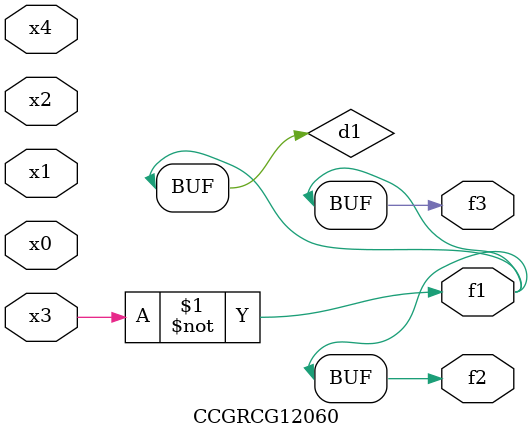
<source format=v>
module CCGRCG12060(
	input x0, x1, x2, x3, x4,
	output f1, f2, f3
);

	wire d1, d2;

	xnor (d1, x3);
	not (d2, x1);
	assign f1 = d1;
	assign f2 = d1;
	assign f3 = d1;
endmodule

</source>
